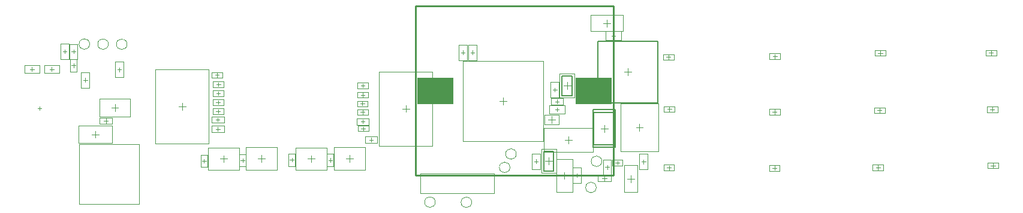
<source format=gbp>
G04*
G04 #@! TF.GenerationSoftware,Altium Limited,CircuitMaker,2.2.1 (2.2.1.6)*
G04*
G04 Layer_Color=16770453*
%FSLAX24Y24*%
%MOIN*%
G70*
G04*
G04 #@! TF.SameCoordinates,1F3BDBE7-31DC-4645-84D8-EFA7001E861C*
G04*
G04*
G04 #@! TF.FilePolarity,Positive*
G04*
G01*
G75*
%ADD11C,0.0039*%
%ADD13C,0.0100*%
%ADD14C,0.0050*%
%ADD15C,0.0079*%
%ADD16C,0.0059*%
%ADD18C,0.0020*%
%ADD113R,0.2000X0.1500*%
D11*
X4197Y3888D02*
X7544D01*
Y542D02*
Y3888D01*
X4197Y542D02*
X7544D01*
X4197D02*
Y3888D01*
X26015Y640D02*
G03*
X26015Y640I-295J0D01*
G01*
X33251Y2925D02*
G03*
X33251Y2925I-295J0D01*
G01*
X5818Y9449D02*
G03*
X5818Y9449I-295J0D01*
G01*
X6859Y9444D02*
G03*
X6859Y9444I-295J0D01*
G01*
X4780Y9454D02*
G03*
X4780Y9454I-295J0D01*
G01*
X28144Y2582D02*
G03*
X28144Y2582I-295J0D01*
G01*
X28494Y3332D02*
G03*
X28494Y3332I-295J0D01*
G01*
X32941Y1465D02*
G03*
X32941Y1465I-295J0D01*
G01*
X23988Y649D02*
G03*
X23988Y649I-295J0D01*
G01*
X4542Y7346D02*
Y7563D01*
X4434Y7455D02*
X4651D01*
X35147Y4818D02*
X35541D01*
X35344Y4621D02*
Y5015D01*
X19835Y6135D02*
X20051D01*
X19943Y6027D02*
Y6243D01*
X5983Y5913D02*
X6377D01*
X6180Y5717D02*
Y6110D01*
X14134Y3066D02*
X14528D01*
X14331Y2869D02*
Y3263D01*
X23154Y1127D02*
X27249D01*
Y2229D01*
X23154D02*
X27249D01*
X23154Y1127D02*
Y2229D01*
X27562Y6272D02*
X27956D01*
X27759Y6075D02*
Y6469D01*
X1573Y7947D02*
Y8163D01*
X1465Y8055D02*
X1681D01*
X2676Y7947D02*
Y8163D01*
X2567Y8055D02*
X2784D01*
X19965Y5027D02*
Y5243D01*
X19857Y5135D02*
X20074D01*
X20426Y4012D02*
Y4228D01*
X20317Y4120D02*
X20534D01*
X18047Y2987D02*
X18264D01*
X18155Y2879D02*
Y3095D01*
X15908Y3001D02*
X16125D01*
X16017Y2893D02*
Y3109D01*
X13173Y2978D02*
X13390D01*
X13281Y2870D02*
Y3087D01*
X11029Y2946D02*
X11246D01*
X11138Y2838D02*
Y3054D01*
X19218Y2866D02*
Y3260D01*
X19021Y3063D02*
X19414D01*
X17093Y2863D02*
Y3257D01*
X16897Y3060D02*
X17290D01*
X12228Y2865D02*
Y3259D01*
X12032Y3062D02*
X12425D01*
X11904Y5137D02*
Y5353D01*
X11796Y5245D02*
X12012D01*
X11909Y4612D02*
Y4829D01*
X11801Y4720D02*
X12017D01*
X22351Y5661D02*
Y6055D01*
X22154Y5858D02*
X22548D01*
X20874Y7925D02*
X23827D01*
X20874Y3791D02*
X23827D01*
X20874D02*
Y7925D01*
X23827Y3791D02*
Y7925D01*
X9922Y5775D02*
Y6169D01*
X9725Y5972D02*
X10119D01*
X8445Y3905D02*
X11398D01*
X8445Y8039D02*
X11398D01*
Y3905D02*
Y8039D01*
X8445Y3905D02*
Y8039D01*
X29492Y2925D02*
X29709D01*
X29600Y2816D02*
Y3033D01*
X30300Y2738D02*
Y3131D01*
X30104Y2935D02*
X30497D01*
X31876Y2037D02*
Y2253D01*
X31767Y2145D02*
X31984D01*
X30979Y2125D02*
X31373D01*
X31176Y1928D02*
Y2322D01*
X33278Y1975D02*
X33514D01*
X33396Y1857D02*
Y2093D01*
X36983Y2452D02*
Y2688D01*
X36865Y2570D02*
X37101D01*
X33546Y2487D02*
Y2703D01*
X33437Y2595D02*
X33654D01*
X34007Y2845D02*
X34224D01*
X34116Y2737D02*
Y2953D01*
X34870Y1754D02*
Y2148D01*
X34673Y1951D02*
X35067D01*
X35576Y2786D02*
Y3002D01*
X35467Y2894D02*
X35684D01*
X33189Y4745D02*
X33583D01*
X33386Y4548D02*
Y4942D01*
X33536Y10418D02*
Y10812D01*
X33339Y10615D02*
X33733D01*
X37001Y5712D02*
Y5948D01*
X36883Y5830D02*
X37119D01*
X36956Y8617D02*
Y8853D01*
X36838Y8735D02*
X37074D01*
X42871Y8652D02*
Y8888D01*
X42753Y8770D02*
X42989D01*
X42849Y2426D02*
Y2662D01*
X42731Y2544D02*
X42967D01*
X42735Y5675D02*
X42972D01*
X42853Y5557D02*
Y5793D01*
X48690Y5642D02*
Y5878D01*
X48572Y5760D02*
X48809D01*
X48728Y8837D02*
Y9073D01*
X48610Y8955D02*
X48846D01*
X48606Y2457D02*
Y2693D01*
X48488Y2575D02*
X48724D01*
X54878Y2685D02*
X55114D01*
X54996Y2567D02*
Y2803D01*
X54835Y5815D02*
X55072D01*
X54953Y5697D02*
Y5933D01*
X54893Y8847D02*
Y9083D01*
X54775Y8965D02*
X55012D01*
X33791Y9923D02*
X34007D01*
X33899Y9815D02*
Y10032D01*
X34509Y7905D02*
X34903D01*
X34706Y7708D02*
Y8102D01*
X26066Y8877D02*
Y9093D01*
X25957Y8985D02*
X26174D01*
X11823Y6713D02*
X12040D01*
X11932Y6605D02*
Y6822D01*
X11832Y7213D02*
X12049D01*
X11940Y7105D02*
Y7322D01*
X11810Y5715D02*
X12026D01*
X11918Y5607D02*
Y5823D01*
X11812Y6203D02*
X12029D01*
X11921Y6094D02*
Y6311D01*
X11748Y7734D02*
X11964D01*
X11856Y7625D02*
Y7842D01*
X30259Y5252D02*
X30653D01*
X30456Y5055D02*
Y5448D01*
X19847Y6625D02*
X20063D01*
X19955Y6517D02*
Y6733D01*
X19845Y5665D02*
X20062D01*
X19953Y5557D02*
Y5773D01*
X5570Y5175D02*
X5806D01*
X5688Y5057D02*
Y5293D01*
X3886Y8930D02*
Y9146D01*
X3777Y9038D02*
X3994D01*
X30769Y6144D02*
Y6361D01*
X30661Y6252D02*
X30877D01*
X3778Y8265D02*
X3994D01*
X3886Y8157D02*
Y8373D01*
X19859Y7149D02*
X20076D01*
X19968Y7040D02*
Y7257D01*
X30531Y6902D02*
X30747D01*
X30639Y6794D02*
Y7011D01*
X6326Y8027D02*
X6542D01*
X6434Y7918D02*
Y8135D01*
X3396Y8927D02*
Y9143D01*
X3287Y9035D02*
X3504D01*
X31319Y6941D02*
Y7335D01*
X31122Y7138D02*
X31516D01*
X19877Y4750D02*
X20094D01*
X19985Y4642D02*
Y4858D01*
X25417Y8986D02*
X25634D01*
X25526Y8878D02*
Y9094D01*
X30768Y5694D02*
Y5911D01*
X30660Y5802D02*
X30876D01*
X5100Y4228D02*
Y4622D01*
X4904Y4425D02*
X5297D01*
D13*
X22887Y11584D02*
X33911D01*
Y2135D02*
Y11584D01*
X22887Y2135D02*
X33911D01*
X22887D02*
Y11584D01*
D14*
X33033Y6192D02*
X36379D01*
X33033Y9618D02*
X36379D01*
X33033Y6192D02*
Y9618D01*
X36379Y6192D02*
Y9618D01*
D15*
X32772Y3695D02*
X34000D01*
Y5795D01*
X32772D02*
X34000D01*
X32772Y3695D02*
Y5795D01*
D16*
X30576Y2385D02*
Y3485D01*
X30025Y2385D02*
X30576D01*
X30025D02*
Y3485D01*
X30576D01*
X31044Y6588D02*
Y7688D01*
X31595D01*
Y6588D02*
Y7688D01*
X31044Y6588D02*
X31595D01*
X32811Y3839D02*
X33961D01*
Y5650D01*
X32811D02*
X33961D01*
X32811Y3839D02*
Y5650D01*
D18*
X4306Y7022D02*
X4779D01*
X4306Y7888D02*
X4779D01*
X4306Y7022D02*
Y7888D01*
X4779Y7022D02*
Y7888D01*
X36388Y3480D02*
Y6157D01*
X34301Y3480D02*
Y6157D01*
X36388D01*
X34301Y3480D02*
X36388D01*
X19648Y5977D02*
Y6292D01*
X20238Y5977D02*
Y6292D01*
X19648D02*
X20238D01*
X19648Y5977D02*
X20238D01*
X5334Y5402D02*
Y6425D01*
X7027Y5402D02*
Y6425D01*
X5334D02*
X7027D01*
X5334Y5402D02*
X7027D01*
X13465Y2436D02*
Y3696D01*
X15197Y2436D02*
Y3696D01*
X13465D02*
X15197D01*
X13465Y2436D02*
X15197D01*
X30003Y4028D02*
Y8516D01*
X25515Y4028D02*
Y8516D01*
Y4028D02*
X30003D01*
X25515Y8516D02*
X30003D01*
X1160Y7838D02*
X1987D01*
X1160Y8271D02*
X1987D01*
Y7838D02*
Y8271D01*
X1160Y7838D02*
Y8271D01*
X2262Y8271D02*
X3089D01*
X2262Y7838D02*
X3089D01*
X2262D02*
Y8271D01*
X3089Y7838D02*
Y8271D01*
X19623Y4958D02*
X20307D01*
X19623Y5312D02*
X20307D01*
Y4958D02*
Y5312D01*
X19623Y4958D02*
Y5312D01*
X20084Y3943D02*
X20768D01*
X20084Y4297D02*
X20768D01*
Y3943D02*
Y4297D01*
X20084Y3943D02*
Y4297D01*
X18333Y2645D02*
Y3329D01*
X17978Y2645D02*
Y3329D01*
X18333D01*
X17978Y2645D02*
X18333D01*
X16194Y2659D02*
Y3343D01*
X15840Y2659D02*
Y3343D01*
X16194D01*
X15840Y2659D02*
X16194D01*
X13459Y2637D02*
Y3320D01*
X13104Y2637D02*
Y3320D01*
X13459D01*
X13104Y2637D02*
X13459D01*
X11315Y2604D02*
Y3288D01*
X10961Y2604D02*
Y3288D01*
X11315D01*
X10961Y2604D02*
X11315D01*
X18351Y2433D02*
X20084D01*
X18351Y3693D02*
X20084D01*
Y2433D02*
Y3693D01*
X18351Y2433D02*
Y3693D01*
X16227Y2430D02*
X17960D01*
X16227Y3690D02*
X17960D01*
Y2430D02*
Y3690D01*
X16227Y2430D02*
Y3690D01*
X11362Y2432D02*
X13094D01*
X11362Y3692D02*
X13094D01*
Y2432D02*
Y3692D01*
X11362Y2432D02*
Y3692D01*
X11562Y5422D02*
X12246D01*
X11562Y5068D02*
X12246D01*
X11562D02*
Y5422D01*
X12246Y5068D02*
Y5422D01*
X11567Y4897D02*
X12251D01*
X11567Y4543D02*
X12251D01*
X11567D02*
Y4897D01*
X12251Y4543D02*
Y4897D01*
X31201Y4113D02*
X31595D01*
X31398Y3916D02*
Y4310D01*
X32776Y3444D02*
Y4782D01*
X30020D02*
X32776D01*
X30020Y3444D02*
Y4782D01*
Y3444D02*
X32776D01*
X29364Y2492D02*
Y3358D01*
X29837Y2492D02*
Y3358D01*
X29364Y2492D02*
X29837D01*
X29364Y3358D02*
X29837D01*
X29887Y3604D02*
X30714D01*
X29887Y2265D02*
X30714D01*
Y3604D01*
X29887Y2265D02*
Y3604D01*
X31640Y2578D02*
X32112D01*
X31640Y1712D02*
X32112D01*
Y2578D01*
X31640Y1712D02*
Y2578D01*
X30723Y1219D02*
Y3030D01*
X31628Y1219D02*
Y3030D01*
X30723Y1219D02*
X31628D01*
X30723Y3030D02*
X31628D01*
X33750Y1798D02*
Y2152D01*
X33041Y1798D02*
Y2152D01*
Y1798D02*
X33750D01*
X33041Y2152D02*
X33750D01*
X36688Y2412D02*
X37279D01*
X36688Y2727D02*
X37279D01*
Y2412D02*
Y2727D01*
X36688Y2412D02*
Y2727D01*
X33329Y2182D02*
X33762D01*
X33329Y3008D02*
X33762D01*
X33329Y2182D02*
Y3008D01*
X33762Y2182D02*
Y3008D01*
X33820Y2687D02*
Y3002D01*
X34411Y2687D02*
Y3002D01*
X33820D02*
X34411D01*
X33820Y2687D02*
X34411D01*
X34496Y1203D02*
X35244D01*
X34496Y2699D02*
X35244D01*
X34496Y1203D02*
Y2699D01*
X35244Y1203D02*
Y2699D01*
X35340Y2461D02*
X35812D01*
X35340Y3327D02*
X35812D01*
X35340Y2461D02*
Y3327D01*
X35812Y2461D02*
Y3327D01*
X32630Y11068D02*
X34441D01*
X32630Y10162D02*
X34441D01*
X32630D02*
Y11068D01*
X34441Y10162D02*
Y11068D01*
X36706Y5672D02*
X37296D01*
X36706Y5987D02*
X37296D01*
Y5672D02*
Y5987D01*
X36706Y5672D02*
Y5987D01*
X36660Y8577D02*
X37251D01*
X36660Y8892D02*
X37251D01*
Y8577D02*
Y8892D01*
X36660Y8577D02*
Y8892D01*
X42576Y8612D02*
X43166D01*
X42576Y8927D02*
X43166D01*
Y8612D02*
Y8927D01*
X42576Y8612D02*
Y8927D01*
X42553Y2387D02*
X43144D01*
X42553Y2702D02*
X43144D01*
Y2387D02*
Y2702D01*
X42553Y2387D02*
Y2702D01*
X42558Y5517D02*
Y5832D01*
X43149Y5517D02*
Y5832D01*
X42558D02*
X43149D01*
X42558Y5517D02*
X43149D01*
X48395Y5602D02*
X48986D01*
X48395Y5917D02*
X48986D01*
Y5602D02*
Y5917D01*
X48395Y5602D02*
Y5917D01*
X48433Y8797D02*
X49023D01*
X48433Y9112D02*
X49023D01*
Y8797D02*
Y9112D01*
X48433Y8797D02*
Y9112D01*
X48310Y2417D02*
X48901D01*
X48310Y2732D02*
X48901D01*
Y2417D02*
Y2732D01*
X48310Y2417D02*
Y2732D01*
X54700Y2527D02*
Y2842D01*
X55291Y2527D02*
Y2842D01*
X54700D02*
X55291D01*
X54700Y2527D02*
X55291D01*
X54658Y5657D02*
Y5972D01*
X55249Y5657D02*
Y5972D01*
X54658D02*
X55249D01*
X54658Y5657D02*
X55249D01*
X54598Y8807D02*
X55189D01*
X54598Y9122D02*
X55189D01*
Y8807D02*
Y9122D01*
X54598Y8807D02*
Y9122D01*
X34332Y9687D02*
Y10160D01*
X33466Y9687D02*
Y10160D01*
Y9687D02*
X34332D01*
X33466Y10160D02*
X34332D01*
X25830Y9418D02*
X26302D01*
X25830Y8552D02*
X26302D01*
Y9418D01*
X25830Y8552D02*
Y9418D01*
X12227Y6556D02*
Y6871D01*
X11636Y6556D02*
Y6871D01*
Y6556D02*
X12227D01*
X11636Y6871D02*
X12227D01*
X12236Y7056D02*
Y7371D01*
X11645Y7056D02*
Y7371D01*
Y7056D02*
X12236D01*
X11645Y7371D02*
X12236D01*
X12213Y5557D02*
Y5872D01*
X11623Y5557D02*
Y5872D01*
Y5557D02*
X12213D01*
X11623Y5872D02*
X12213D01*
X12216Y6045D02*
Y6360D01*
X11625Y6045D02*
Y6360D01*
Y6045D02*
X12216D01*
X11625Y6360D02*
X12216D01*
X12151Y7576D02*
Y7891D01*
X11561Y7576D02*
Y7891D01*
Y7576D02*
X12151D01*
X11561Y7891D02*
X12151D01*
X30860Y4986D02*
Y5517D01*
X30052Y4986D02*
Y5517D01*
Y4986D02*
X30860D01*
X30052Y5517D02*
X30860D01*
X19660Y6467D02*
Y6782D01*
X20250Y6467D02*
Y6782D01*
X19660D02*
X20250D01*
X19660Y6467D02*
X20250D01*
X19658Y5507D02*
Y5822D01*
X20249Y5507D02*
Y5822D01*
X19658D02*
X20249D01*
X19658Y5507D02*
X20249D01*
X6042Y4998D02*
Y5352D01*
X5333Y4998D02*
Y5352D01*
Y4998D02*
X6042D01*
X5333Y5352D02*
X6042D01*
X3669Y8625D02*
X4102D01*
X3669Y9451D02*
X4102D01*
X3669Y8625D02*
Y9451D01*
X4102Y8625D02*
Y9451D01*
X30427Y6429D02*
X31111D01*
X30427Y6075D02*
X31111D01*
X30427D02*
Y6429D01*
X31111Y6075D02*
Y6429D01*
X3709Y7923D02*
Y8607D01*
X4063Y7923D02*
Y8607D01*
X3709Y7923D02*
X4063D01*
X3709Y8607D02*
X4063D01*
X19672Y6991D02*
Y7306D01*
X20263Y6991D02*
Y7306D01*
X19672D02*
X20263D01*
X19672Y6991D02*
X20263D01*
X30875Y6469D02*
Y7335D01*
X30403Y6469D02*
Y7335D01*
X30875D01*
X30403Y6469D02*
X30875D01*
X6670Y7594D02*
Y8460D01*
X6198Y7594D02*
Y8460D01*
X6670D01*
X6198Y7594D02*
X6670D01*
X3160Y8602D02*
X3632D01*
X3160Y9468D02*
X3632D01*
X3160Y8602D02*
Y9468D01*
X3632Y8602D02*
Y9468D01*
X30906Y6469D02*
X31733D01*
X30906Y7807D02*
X31733D01*
X30906Y6469D02*
Y7807D01*
X31733Y6469D02*
Y7807D01*
X19690Y4593D02*
Y4907D01*
X20281Y4593D02*
Y4907D01*
X19690D02*
X20281D01*
X19690Y4593D02*
X20281D01*
X25762Y8553D02*
Y9419D01*
X25290Y8553D02*
Y9419D01*
X25762D01*
X25290Y8553D02*
X25762D01*
X30335Y5566D02*
X31201D01*
X30335Y6039D02*
X31201D01*
Y5566D02*
Y6039D01*
X30335Y5566D02*
Y6039D01*
X4156Y3952D02*
X6045D01*
X4156Y4897D02*
X6045D01*
Y3952D02*
Y4897D01*
X4156Y3952D02*
Y4897D01*
X1902Y5868D02*
X2099D01*
X2001Y5769D02*
Y5966D01*
D113*
X23999Y6859D02*
D03*
X32799D02*
D03*
M02*

</source>
